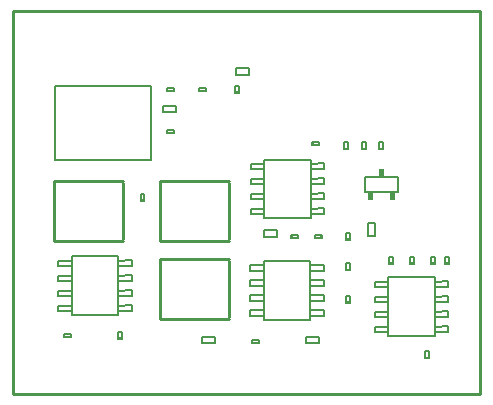
<source format=gm1>
G04 Layer_Color=16711935*
%FSLAX24Y24*%
%MOIN*%
G70*
G01*
G75*
%ADD26C,0.0060*%
%ADD30C,0.0050*%
%ADD46C,0.0100*%
G36*
X-1511Y4342D02*
X-1590D01*
Y4381D01*
X-1511D01*
Y4342D01*
D02*
G37*
G36*
X-2211Y4539D02*
X-2290D01*
Y4579D01*
X-2211D01*
Y4539D01*
D02*
G37*
G36*
Y4342D02*
X-2290D01*
Y4381D01*
X-2211D01*
Y4342D01*
D02*
G37*
G36*
X-2910Y4342D02*
X-2989D01*
Y4381D01*
X-2910D01*
Y4342D01*
D02*
G37*
G36*
X-1060Y4342D02*
X-1139D01*
Y4381D01*
X-1060D01*
Y4342D01*
D02*
G37*
G36*
X-1511Y4539D02*
X-1590D01*
Y4579D01*
X-1511D01*
Y4539D01*
D02*
G37*
G36*
X-6239Y5210D02*
X-6279D01*
Y5289D01*
X-6239D01*
Y5210D01*
D02*
G37*
G36*
X-6042Y5210D02*
X-6081D01*
Y5289D01*
X-6042D01*
Y5210D01*
D02*
G37*
G36*
X-4354Y5142D02*
X-4433D01*
Y5181D01*
X-4354D01*
Y5142D01*
D02*
G37*
G36*
X-2910Y4539D02*
X-2989D01*
Y4578D01*
X-2910D01*
Y4539D01*
D02*
G37*
G36*
X-1060Y4539D02*
X-1139D01*
Y4578D01*
X-1060D01*
Y4539D01*
D02*
G37*
G36*
X-4354Y4319D02*
X-4433D01*
Y4358D01*
X-4354D01*
Y4319D01*
D02*
G37*
G36*
X-7365Y1710D02*
X-7404D01*
Y1789D01*
X-7365D01*
Y1710D01*
D02*
G37*
G36*
X-11961Y1842D02*
X-12040D01*
Y1881D01*
X-11961D01*
Y1842D01*
D02*
G37*
G36*
X-7562Y1710D02*
X-7602D01*
Y1789D01*
X-7562D01*
Y1710D01*
D02*
G37*
G36*
X-1711Y1192D02*
X-1790D01*
Y1231D01*
X-1711D01*
Y1192D01*
D02*
G37*
G36*
Y1389D02*
X-1790D01*
Y1429D01*
X-1711D01*
Y1389D01*
D02*
G37*
G36*
X-13819Y1910D02*
X-13858D01*
Y1989D01*
X-13819D01*
Y1910D01*
D02*
G37*
G36*
X-4354Y3239D02*
X-4433D01*
Y3278D01*
X-4354D01*
Y3239D01*
D02*
G37*
G36*
X-4354Y4121D02*
X-4433D01*
Y4161D01*
X-4354D01*
Y4121D01*
D02*
G37*
G36*
Y3042D02*
X-4433D01*
Y3081D01*
X-4354D01*
Y3042D01*
D02*
G37*
G36*
X-13622Y1910D02*
X-13661D01*
Y1989D01*
X-13622D01*
Y1910D01*
D02*
G37*
G36*
X-11961Y2039D02*
X-12040D01*
Y2079D01*
X-11961D01*
Y2039D01*
D02*
G37*
G36*
X-5469Y5211D02*
X-5508D01*
Y5290D01*
X-5469D01*
Y5211D01*
D02*
G37*
G36*
X-10389Y8711D02*
X-10428D01*
Y8790D01*
X-10389D01*
Y8711D01*
D02*
G37*
G36*
X-10192D02*
X-10231D01*
Y8790D01*
X-10192D01*
Y8711D01*
D02*
G37*
G36*
X-4410Y8369D02*
X-4489D01*
Y8408D01*
X-4410D01*
Y8369D01*
D02*
G37*
G36*
X-3811Y8368D02*
X-3890D01*
Y8408D01*
X-3811D01*
Y8368D01*
D02*
G37*
G36*
X-3254Y8369D02*
X-3333D01*
Y8408D01*
X-3254D01*
Y8369D01*
D02*
G37*
G36*
X-8060Y10042D02*
X-8139D01*
Y10081D01*
X-8060D01*
Y10042D01*
D02*
G37*
G36*
X-9121Y10111D02*
X-9161D01*
Y10190D01*
X-9121D01*
Y10111D01*
D02*
G37*
G36*
X-8060Y10239D02*
X-8139D01*
Y10278D01*
X-8060D01*
Y10239D01*
D02*
G37*
G36*
X-9319Y10111D02*
X-9358D01*
Y10190D01*
X-9319D01*
Y10111D01*
D02*
G37*
G36*
X-10389D02*
X-10428D01*
Y10190D01*
X-10389D01*
Y10111D01*
D02*
G37*
G36*
X-10192D02*
X-10231D01*
Y10190D01*
X-10192D01*
Y10111D01*
D02*
G37*
G36*
X-5342Y8311D02*
X-5382D01*
Y8390D01*
X-5342D01*
Y8311D01*
D02*
G37*
G36*
X-2814Y6472D02*
X-2993D01*
Y6703D01*
X-2814D01*
Y6472D01*
D02*
G37*
G36*
X-3554Y6472D02*
X-3735D01*
Y6703D01*
X-3554D01*
Y6472D01*
D02*
G37*
G36*
X-11204Y6442D02*
X-11283D01*
Y6481D01*
X-11204D01*
Y6442D01*
D02*
G37*
G36*
X-5271Y5211D02*
X-5311D01*
Y5290D01*
X-5271D01*
Y5211D01*
D02*
G37*
G36*
X-4354Y5339D02*
X-4433D01*
Y5378D01*
X-4354D01*
Y5339D01*
D02*
G37*
G36*
X-11204Y6639D02*
X-11283D01*
Y6679D01*
X-11204D01*
Y6639D01*
D02*
G37*
G36*
X-3811Y8172D02*
X-3890D01*
Y8211D01*
X-3811D01*
Y8172D01*
D02*
G37*
G36*
X-5539Y8311D02*
X-5578D01*
Y8390D01*
X-5539D01*
Y8311D01*
D02*
G37*
G36*
X-4410Y8171D02*
X-4489D01*
Y8211D01*
X-4410D01*
Y8171D01*
D02*
G37*
G36*
X-3184Y7264D02*
Y7263D01*
X-3364D01*
Y7264D01*
X-3364D01*
Y7264D01*
X-3364D01*
Y7264D01*
X-3364D01*
Y7264D01*
X-3364D01*
Y7264D01*
X-3364D01*
Y7493D01*
X-3184D01*
Y7264D01*
D02*
G37*
G36*
X-3254Y8171D02*
X-3333D01*
Y8211D01*
X-3254D01*
Y8171D01*
D02*
G37*
D26*
X-3060Y3560D02*
Y3740D01*
X-3500D02*
X-3060D01*
X-3500Y3550D02*
Y3740D01*
Y3550D02*
X-3060Y3560D01*
Y3060D02*
Y3240D01*
X-3500D02*
X-3060D01*
X-3500Y3050D02*
Y3240D01*
Y3050D02*
X-3060Y3060D01*
Y2560D02*
Y2740D01*
X-3500D02*
X-3060D01*
X-3500Y2550D02*
Y2740D01*
Y2550D02*
X-3060Y2560D01*
Y2060D02*
Y2240D01*
X-3500D02*
X-3060D01*
X-3500Y2050D02*
Y2240D01*
Y2050D02*
X-3060Y2060D01*
X-1500D02*
Y2240D01*
Y2060D02*
X-1060D01*
Y2250D01*
X-1500Y2240D02*
X-1060Y2250D01*
X-1500Y2560D02*
Y2740D01*
Y2560D02*
X-1060D01*
Y2750D01*
X-1500Y2740D02*
X-1060Y2750D01*
X-1500Y3060D02*
Y3240D01*
Y3060D02*
X-1060D01*
Y3250D01*
X-1500Y3240D02*
X-1060Y3250D01*
X-1500Y3560D02*
Y3740D01*
Y3560D02*
X-1060D01*
Y3750D01*
X-1500Y3740D02*
X-1060Y3750D01*
X-3060Y1920D02*
X-1500D01*
Y3880D01*
X-2400D02*
X-1500D01*
X-3060D02*
X-2400D01*
X-3060Y1920D02*
Y3880D01*
X-7190Y5850D02*
Y7810D01*
X-6530D01*
X-5630D01*
Y5850D02*
Y7810D01*
X-7190Y5850D02*
X-5630D01*
Y7670D02*
X-5190Y7680D01*
Y7490D02*
Y7680D01*
X-5630Y7490D02*
X-5190D01*
X-5630D02*
Y7670D01*
Y7170D02*
X-5190Y7180D01*
Y6990D02*
Y7180D01*
X-5630Y6990D02*
X-5190D01*
X-5630D02*
Y7170D01*
Y6670D02*
X-5190Y6680D01*
Y6490D02*
Y6680D01*
X-5630Y6490D02*
X-5190D01*
X-5630D02*
Y6670D01*
Y6170D02*
X-5190Y6180D01*
Y5990D02*
Y6180D01*
X-5630Y5990D02*
X-5190D01*
X-5630D02*
Y6170D01*
X-7630Y5980D02*
X-7190Y5990D01*
X-7630Y5980D02*
Y6170D01*
X-7190D01*
Y5990D02*
Y6170D01*
X-7630Y6480D02*
X-7190Y6490D01*
X-7630Y6480D02*
Y6670D01*
X-7190D01*
Y6490D02*
Y6670D01*
X-7630Y6980D02*
X-7190Y6990D01*
X-7630Y6980D02*
Y7170D01*
X-7190D01*
Y6990D02*
Y7170D01*
X-7630Y7480D02*
X-7190Y7490D01*
X-7630Y7480D02*
Y7670D01*
X-7190D01*
Y7490D02*
Y7670D01*
X-7203Y2470D02*
Y4430D01*
X-6543D01*
X-5643D01*
Y2470D02*
Y4430D01*
X-7203Y2470D02*
X-5643D01*
Y4290D02*
X-5203Y4300D01*
Y4110D02*
Y4300D01*
X-5643Y4110D02*
X-5203D01*
X-5643D02*
Y4290D01*
Y3790D02*
X-5203Y3800D01*
Y3610D02*
Y3800D01*
X-5643Y3610D02*
X-5203D01*
X-5643D02*
Y3790D01*
Y3290D02*
X-5203Y3300D01*
Y3110D02*
Y3300D01*
X-5643Y3110D02*
X-5203D01*
X-5643D02*
Y3290D01*
Y2790D02*
X-5203Y2800D01*
Y2610D02*
Y2800D01*
X-5643Y2610D02*
X-5203D01*
X-5643D02*
Y2790D01*
X-7643Y2600D02*
X-7203Y2610D01*
X-7643Y2600D02*
Y2790D01*
X-7203D01*
Y2610D02*
Y2790D01*
X-7643Y3100D02*
X-7203Y3110D01*
X-7643Y3100D02*
Y3290D01*
X-7203D01*
Y3110D02*
Y3290D01*
X-7643Y3600D02*
X-7203Y3610D01*
X-7643Y3600D02*
Y3790D01*
X-7203D01*
Y3610D02*
Y3790D01*
X-7643Y4100D02*
X-7203Y4110D01*
X-7643Y4100D02*
Y4290D01*
X-7203D01*
Y4110D02*
Y4290D01*
X-3834Y7243D02*
X-2714D01*
X-3834Y6723D02*
Y7243D01*
Y6723D02*
X-2714D01*
Y7243D01*
X-13603Y2620D02*
Y4580D01*
X-12943D01*
X-12043D01*
Y2620D02*
Y4580D01*
X-13603Y2620D02*
X-12043D01*
Y4440D02*
X-11603Y4450D01*
Y4260D02*
Y4450D01*
X-12043Y4260D02*
X-11603D01*
X-12043D02*
Y4440D01*
Y3940D02*
X-11603Y3950D01*
Y3760D02*
Y3950D01*
X-12043Y3760D02*
X-11603D01*
X-12043D02*
Y3940D01*
Y3440D02*
X-11603Y3450D01*
Y3260D02*
Y3450D01*
X-12043Y3260D02*
X-11603D01*
X-12043D02*
Y3440D01*
Y2940D02*
X-11603Y2950D01*
Y2760D02*
Y2950D01*
X-12043Y2760D02*
X-11603D01*
X-12043D02*
Y2940D01*
X-14043Y2750D02*
X-13603Y2760D01*
X-14043Y2750D02*
Y2940D01*
X-13603D01*
Y2760D02*
Y2940D01*
X-14043Y3250D02*
X-13603Y3260D01*
X-14043Y3250D02*
Y3440D01*
X-13603D01*
Y3260D02*
Y3440D01*
X-14043Y3750D02*
X-13603Y3760D01*
X-14043Y3750D02*
Y3940D01*
X-13603D01*
Y3760D02*
Y3940D01*
X-14043Y4250D02*
X-13603Y4260D01*
X-14043Y4250D02*
Y4440D01*
X-13603D01*
Y4260D02*
Y4440D01*
D30*
X-14150Y7800D02*
Y10250D01*
X-10950D01*
X-14150Y7800D02*
X-10950D01*
Y10250D01*
X-8159Y10042D02*
Y10278D01*
X-8041D01*
Y10042D02*
Y10278D01*
X-8159Y10042D02*
X-8041D01*
X-8109Y10860D02*
X-7691D01*
X-8109Y10640D02*
Y10860D01*
Y10640D02*
X-7691D01*
Y10860D01*
X-5508Y5191D02*
X-5272D01*
X-5508D02*
Y5309D01*
X-5272D01*
Y5191D02*
Y5309D01*
X-7178Y5240D02*
X-6761D01*
Y5460D01*
X-7178D02*
X-6761D01*
X-7178Y5240D02*
Y5460D01*
X-10428Y8691D02*
X-10192D01*
X-10428D02*
Y8809D01*
X-10192D01*
Y8691D02*
Y8809D01*
X-3710Y5272D02*
Y5689D01*
Y5272D02*
X-3490D01*
Y5689D01*
X-3710D02*
X-3490D01*
X-2191Y4342D02*
Y4578D01*
X-2309Y4342D02*
X-2191D01*
X-2309D02*
Y4578D01*
X-2191D01*
X-1691Y1192D02*
Y1428D01*
X-1809Y1192D02*
X-1691D01*
X-1809D02*
Y1428D01*
X-1691D01*
X-7601Y1809D02*
X-7365D01*
Y1691D02*
Y1809D01*
X-7601Y1691D02*
X-7365D01*
X-7601D02*
Y1809D01*
X-10428Y10091D02*
X-10192D01*
X-10428D02*
Y10209D01*
X-10192D01*
Y10091D02*
Y10209D01*
X-4509Y8172D02*
Y8408D01*
X-4391D01*
Y8172D02*
Y8408D01*
X-4509Y8172D02*
X-4391D01*
X-5342Y8291D02*
Y8409D01*
X-5578D02*
X-5342D01*
X-5578Y8291D02*
Y8409D01*
Y8291D02*
X-5342D01*
X-9358Y10091D02*
X-9122D01*
X-9358D02*
Y10209D01*
X-9122D01*
Y10091D02*
Y10209D01*
X-10559Y9390D02*
X-10141D01*
Y9610D01*
X-10559D02*
X-10141D01*
X-10559Y9390D02*
Y9610D01*
X-6278Y5309D02*
X-6042D01*
Y5191D02*
Y5309D01*
X-6278Y5191D02*
X-6042D01*
X-6278D02*
Y5309D01*
X-11184Y6442D02*
Y6678D01*
X-11302Y6442D02*
X-11184D01*
X-11302D02*
Y6678D01*
X-11184D01*
X-3352Y8172D02*
X-3234D01*
Y8408D01*
X-3352D02*
X-3234D01*
X-3352Y8172D02*
Y8408D01*
X-3909D02*
X-3791D01*
X-3909Y8172D02*
Y8408D01*
Y8172D02*
X-3791D01*
Y8408D01*
X-12059Y2078D02*
X-11941D01*
X-12059Y1842D02*
Y2078D01*
Y1842D02*
X-11941D01*
Y2078D01*
X-13858Y2009D02*
X-13622D01*
Y1891D02*
Y2009D01*
X-13858Y1891D02*
X-13622D01*
X-13858D02*
Y2009D01*
X-4452Y4122D02*
X-4334D01*
Y4358D01*
X-4452D02*
X-4334D01*
X-4452Y4122D02*
Y4358D01*
Y5142D02*
Y5378D01*
X-4334D01*
Y5142D02*
Y5378D01*
X-4452Y5142D02*
X-4334D01*
X-1159Y4342D02*
X-1041D01*
Y4578D01*
X-1159D02*
X-1041D01*
X-1159Y4342D02*
Y4578D01*
X-4452Y3042D02*
X-4334D01*
Y3278D01*
X-4452D02*
X-4334D01*
X-4452Y3042D02*
Y3278D01*
X-3009Y4342D02*
Y4578D01*
X-2891D01*
Y4342D02*
Y4578D01*
X-3009Y4342D02*
X-2891D01*
X-1609Y4578D02*
X-1491D01*
X-1609Y4342D02*
Y4578D01*
Y4342D02*
X-1491D01*
Y4578D01*
X-9252Y1690D02*
X-8835D01*
Y1910D01*
X-9252D02*
X-8835D01*
X-9252Y1690D02*
Y1910D01*
X-5778D02*
X-5361D01*
X-5778Y1690D02*
Y1910D01*
Y1690D02*
X-5361D01*
Y1910D01*
D46*
X-15550Y12750D02*
X0D01*
X-15550Y0D02*
Y12750D01*
Y0D02*
X0D01*
Y12750D01*
X-8372Y2555D02*
Y4445D01*
X-10672Y4500D02*
X-8372D01*
X-10672Y2500D02*
Y4500D01*
Y2500D02*
X-8372D01*
X-8365Y5155D02*
Y7045D01*
X-10665Y7100D02*
X-8365D01*
X-10665Y5100D02*
Y7100D01*
Y5100D02*
X-8365D01*
X-11893Y5155D02*
Y7045D01*
X-14193Y7100D02*
X-11893D01*
X-14193Y5100D02*
Y7100D01*
Y5100D02*
X-11893D01*
M02*

</source>
